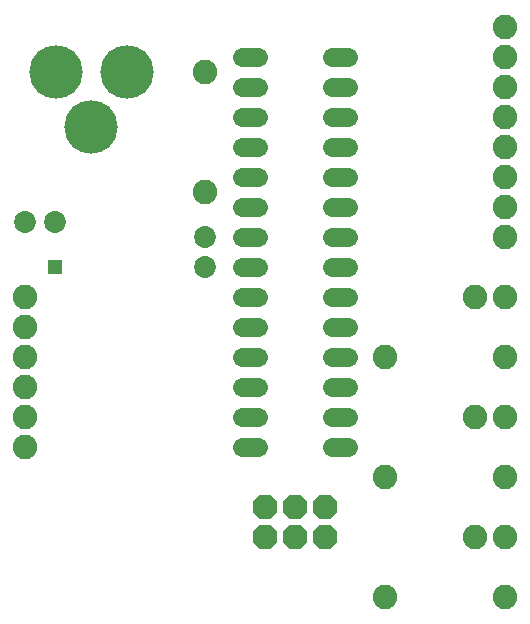
<source format=gbs>
G75*
%MOIN*%
%OFA0B0*%
%FSLAX25Y25*%
%IPPOS*%
%LPD*%
%AMOC8*
5,1,8,0,0,1.08239X$1,22.5*
%
%ADD10C,0.07300*%
%ADD11OC8,0.08200*%
%ADD12C,0.17800*%
%ADD13C,0.08200*%
%ADD14C,0.06400*%
%ADD15R,0.05162X0.05162*%
D10*
X0498333Y0136500D03*
X0508333Y0136500D03*
X0558333Y0131500D03*
X0558333Y0121500D03*
D11*
X0578333Y0041500D03*
X0588333Y0041500D03*
X0598333Y0041500D03*
X0598333Y0031500D03*
X0588333Y0031500D03*
X0578333Y0031500D03*
D12*
X0520459Y0167996D03*
X0508648Y0186500D03*
X0532270Y0186500D03*
D13*
X0498333Y0061500D03*
X0498333Y0071500D03*
X0498333Y0081500D03*
X0498333Y0091500D03*
X0498333Y0101500D03*
X0498333Y0111500D03*
X0558333Y0146500D03*
X0658333Y0141500D03*
X0658333Y0131500D03*
X0658333Y0111500D03*
X0648333Y0111500D03*
X0658333Y0091500D03*
X0618333Y0091500D03*
X0648333Y0071500D03*
X0658333Y0071500D03*
X0658333Y0051500D03*
X0618333Y0051500D03*
X0648333Y0031500D03*
X0658333Y0031500D03*
X0658333Y0011500D03*
X0618333Y0011500D03*
X0658333Y0151500D03*
X0658333Y0161500D03*
X0658333Y0171500D03*
X0658333Y0181500D03*
X0658333Y0191500D03*
X0658333Y0201500D03*
X0558333Y0186500D03*
D14*
X0570533Y0181500D02*
X0576133Y0181500D01*
X0576133Y0191500D02*
X0570533Y0191500D01*
X0600533Y0191500D02*
X0606133Y0191500D01*
X0606133Y0181500D02*
X0600533Y0181500D01*
X0600533Y0171500D02*
X0606133Y0171500D01*
X0576133Y0171500D02*
X0570533Y0171500D01*
X0570533Y0161500D02*
X0576133Y0161500D01*
X0576133Y0151500D02*
X0570533Y0151500D01*
X0570533Y0141500D02*
X0576133Y0141500D01*
X0600533Y0141500D02*
X0606133Y0141500D01*
X0606133Y0131500D02*
X0600533Y0131500D01*
X0600533Y0121500D02*
X0606133Y0121500D01*
X0576133Y0121500D02*
X0570533Y0121500D01*
X0570533Y0131500D02*
X0576133Y0131500D01*
X0576133Y0111500D02*
X0570533Y0111500D01*
X0570533Y0101500D02*
X0576133Y0101500D01*
X0600533Y0101500D02*
X0606133Y0101500D01*
X0606133Y0091500D02*
X0600533Y0091500D01*
X0600533Y0081500D02*
X0606133Y0081500D01*
X0576133Y0081500D02*
X0570533Y0081500D01*
X0570533Y0091500D02*
X0576133Y0091500D01*
X0576133Y0071500D02*
X0570533Y0071500D01*
X0570533Y0061500D02*
X0576133Y0061500D01*
X0600533Y0061500D02*
X0606133Y0061500D01*
X0606133Y0071500D02*
X0600533Y0071500D01*
X0600533Y0111500D02*
X0606133Y0111500D01*
X0606133Y0151500D02*
X0600533Y0151500D01*
X0600533Y0161500D02*
X0606133Y0161500D01*
D15*
X0508333Y0121500D03*
M02*

</source>
